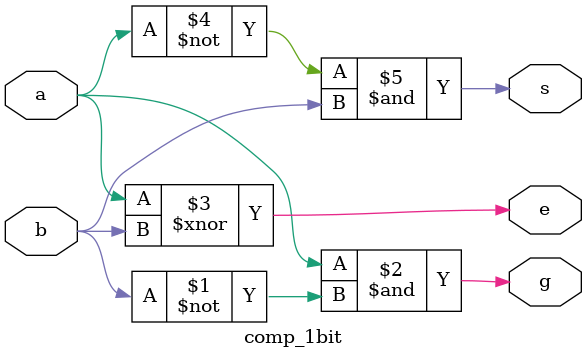
<source format=v>
module comp_1bit(
    input a,
    input b,
    output g,
    output e,
    output s
    );
    assign g = a&(~b);
    assign e = a ~^ b;
    assign s = (~a)&b;
    
endmodule

</source>
